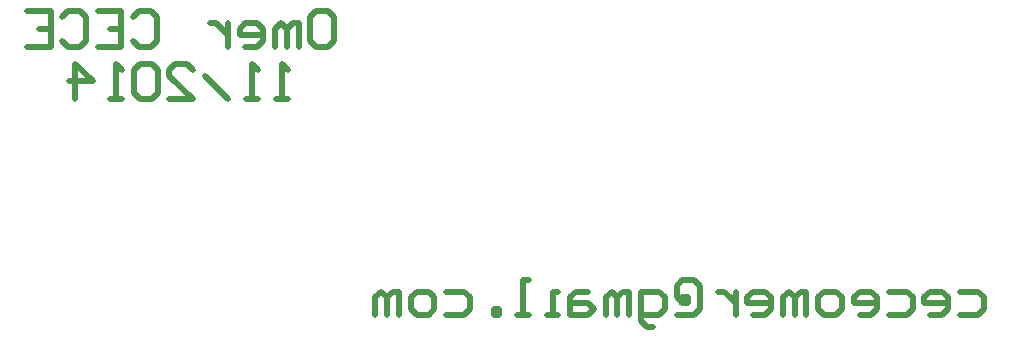
<source format=gbo>
%FSLAX43Y43*%
%MOMM*%
G71*
G01*
G75*
G04 Layer_Color=32896*
%ADD10C,3.000*%
%ADD11C,0.254*%
%ADD12C,2.000*%
%ADD13C,1.000*%
%ADD14C,5.000*%
%ADD15O,5.000X3.000*%
%ADD16C,1.800*%
%ADD17R,1.800X1.800*%
%ADD18R,2.000X2.000*%
%ADD19C,2.000*%
%ADD20R,2.000X2.000*%
%ADD21C,1.524*%
%ADD22R,1.524X1.524*%
%ADD23C,2.100*%
%ADD24O,2.000X3.000*%
%ADD25C,3.000*%
%ADD26C,0.200*%
%ADD27C,0.100*%
%ADD28C,0.500*%
%ADD29C,5.203*%
%ADD30O,5.203X3.203*%
%ADD31C,2.003*%
%ADD32R,2.003X2.003*%
%ADD33R,2.203X2.203*%
%ADD34C,2.203*%
%ADD35R,2.203X2.203*%
%ADD36C,1.727*%
%ADD37R,1.727X1.727*%
%ADD38C,2.303*%
%ADD39O,2.203X3.203*%
%ADD40C,3.203*%
D28*
X42353Y28272D02*
X43353D01*
X43853Y27772D01*
Y25773D01*
X43353Y25273D01*
X42353D01*
X41854Y25773D01*
Y27772D01*
X42353Y28272D01*
X40854Y25273D02*
Y27272D01*
X40354D01*
X39854Y26773D01*
Y25273D01*
Y26773D01*
X39354Y27272D01*
X38855Y26773D01*
Y25273D01*
X36355D02*
X37355D01*
X37855Y25773D01*
Y26773D01*
X37355Y27272D01*
X36355D01*
X35856Y26773D01*
Y26273D01*
X37855D01*
X34856Y27272D02*
Y25273D01*
Y26273D01*
X34356Y26773D01*
X33856Y27272D01*
X33356D01*
X26858Y27772D02*
X27358Y28272D01*
X28358D01*
X28858Y27772D01*
Y25773D01*
X28358Y25273D01*
X27358D01*
X26858Y25773D01*
X23859Y28272D02*
X25859D01*
Y25273D01*
X23859D01*
X25859Y26773D02*
X24859D01*
X20860Y27772D02*
X21360Y28272D01*
X22360D01*
X22860Y27772D01*
Y25773D01*
X22360Y25273D01*
X21360D01*
X20860Y25773D01*
X17861Y28272D02*
X19861D01*
Y25273D01*
X17861D01*
X19861Y26773D02*
X18861D01*
X96845Y4539D02*
X98344D01*
X98844Y4040D01*
Y3040D01*
X98344Y2540D01*
X96845D01*
X94345D02*
X95345D01*
X95845Y3040D01*
Y4040D01*
X95345Y4539D01*
X94345D01*
X93846Y4040D01*
Y3540D01*
X95845D01*
X90847Y4539D02*
X92346D01*
X92846Y4040D01*
Y3040D01*
X92346Y2540D01*
X90847D01*
X88347D02*
X89347D01*
X89847Y3040D01*
Y4040D01*
X89347Y4539D01*
X88347D01*
X87848Y4040D01*
Y3540D01*
X89847D01*
X86348Y2540D02*
X85348D01*
X84849Y3040D01*
Y4040D01*
X85348Y4539D01*
X86348D01*
X86848Y4040D01*
Y3040D01*
X86348Y2540D01*
X83849D02*
Y4539D01*
X83349D01*
X82849Y4040D01*
Y2540D01*
Y4040D01*
X82349Y4539D01*
X81850Y4040D01*
Y2540D01*
X79350D02*
X80350D01*
X80850Y3040D01*
Y4040D01*
X80350Y4539D01*
X79350D01*
X78850Y4040D01*
Y3540D01*
X80850D01*
X77851Y4539D02*
Y2540D01*
Y3540D01*
X77351Y4040D01*
X76851Y4539D01*
X76351D01*
X73352Y3540D02*
Y4040D01*
X73852D01*
Y3540D01*
X73352D01*
X72852Y4040D01*
Y5039D01*
X73352Y5539D01*
X74352D01*
X74852Y5039D01*
Y3040D01*
X74352Y2540D01*
X72852D01*
X70853Y1540D02*
X70353D01*
X69853Y2040D01*
Y4539D01*
X71353D01*
X71853Y4040D01*
Y3040D01*
X71353Y2540D01*
X69853D01*
X68854D02*
Y4539D01*
X68354D01*
X67854Y4040D01*
Y2540D01*
Y4040D01*
X67354Y4539D01*
X66854Y4040D01*
Y2540D01*
X65355Y4539D02*
X64355D01*
X63855Y4040D01*
Y2540D01*
X65355D01*
X65855Y3040D01*
X65355Y3540D01*
X63855D01*
X62856Y2540D02*
X61856D01*
X62356D01*
Y4539D01*
X62856D01*
X60356Y2540D02*
X59357D01*
X59857D01*
Y5539D01*
X60356D01*
X57857Y2540D02*
Y3040D01*
X57357D01*
Y2540D01*
X57857D01*
X53359Y4539D02*
X54858D01*
X55358Y4040D01*
Y3040D01*
X54858Y2540D01*
X53359D01*
X51859D02*
X50860D01*
X50360Y3040D01*
Y4040D01*
X50860Y4539D01*
X51859D01*
X52359Y4040D01*
Y3040D01*
X51859Y2540D01*
X49360D02*
Y4539D01*
X48860D01*
X48360Y4040D01*
Y2540D01*
Y4040D01*
X47861Y4539D01*
X47361Y4040D01*
Y2540D01*
X39916Y20828D02*
X38916D01*
X39416D01*
Y23827D01*
X39916Y23327D01*
X37417Y20828D02*
X36417D01*
X36917D01*
Y23827D01*
X37417Y23327D01*
X34918Y20828D02*
X32918Y22827D01*
X29919Y20828D02*
X31919D01*
X29919Y22827D01*
Y23327D01*
X30419Y23827D01*
X31419D01*
X31919Y23327D01*
X28920D02*
X28420Y23827D01*
X27420D01*
X26920Y23327D01*
Y21328D01*
X27420Y20828D01*
X28420D01*
X28920Y21328D01*
Y23327D01*
X25921Y20828D02*
X24921D01*
X25421D01*
Y23827D01*
X25921Y23327D01*
X21922Y20828D02*
Y23827D01*
X23421Y22328D01*
X21422D01*
M02*

</source>
